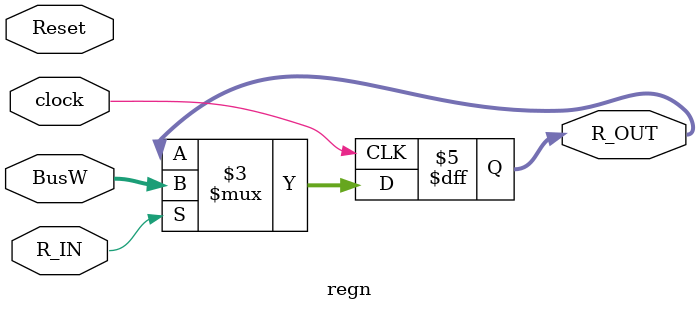
<source format=v>
module regn(BusW,Reset,R_IN,clock,R_OUT);
		input [15:0]BusW;
		input Reset;
		input R_IN,clock;
		output reg[15:0] R_OUT;
		initial begin
			R_OUT = 16'b0000000000000000;
		end
		
		always @(posedge clock) // antigo: negedge reset
			if (R_IN) R_OUT <= BusW;	
	endmodule 
</source>
